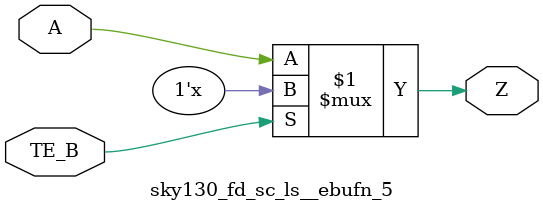
<source format=v>
module sky130_fd_sc_ls__ebufn_5 (
    Z   ,
    A   ,
    TE_B
);
    output Z   ;
    input  A   ;
    input  TE_B;
    bufif0 bufif00 (Z     , A, TE_B        );
endmodule
</source>
